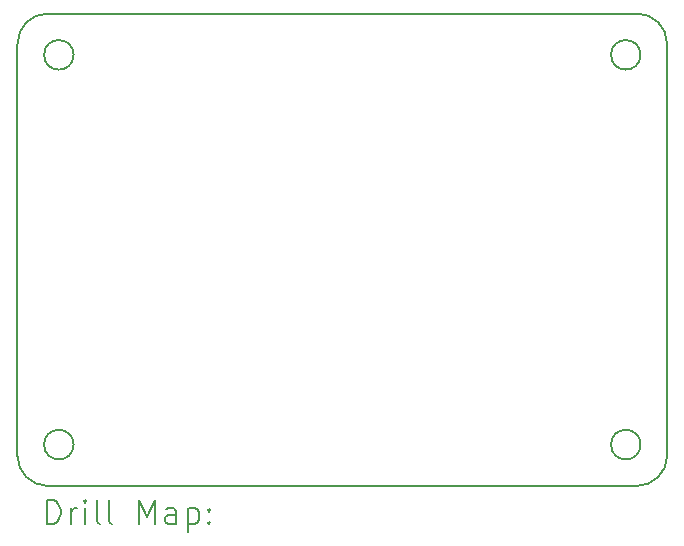
<source format=gbr>
%TF.GenerationSoftware,KiCad,Pcbnew,8.0.8*%
%TF.CreationDate,2025-02-15T12:45:03+02:00*%
%TF.ProjectId,E900M30S shield,45393030-4d33-4305-9320-736869656c64,rev?*%
%TF.SameCoordinates,Original*%
%TF.FileFunction,Drillmap*%
%TF.FilePolarity,Positive*%
%FSLAX45Y45*%
G04 Gerber Fmt 4.5, Leading zero omitted, Abs format (unit mm)*
G04 Created by KiCad (PCBNEW 8.0.8) date 2025-02-15 12:45:03*
%MOMM*%
%LPD*%
G01*
G04 APERTURE LIST*
%ADD10C,0.200000*%
G04 APERTURE END LIST*
D10*
X16422000Y-13396000D02*
G75*
G02*
X16166000Y-13652000I-256000J0D01*
G01*
X11397000Y-13302000D02*
G75*
G02*
X11147000Y-13302000I-125000J0D01*
G01*
X11147000Y-13302000D02*
G75*
G02*
X11397000Y-13302000I125000J0D01*
G01*
X10922000Y-13396000D02*
X10922000Y-9908000D01*
X16197000Y-13302000D02*
G75*
G02*
X15947000Y-13302000I-125000J0D01*
G01*
X15947000Y-13302000D02*
G75*
G02*
X16197000Y-13302000I125000J0D01*
G01*
X10922000Y-9908000D02*
G75*
G02*
X11178000Y-9652000I256000J0D01*
G01*
X11397000Y-10002000D02*
G75*
G02*
X11147000Y-10002000I-125000J0D01*
G01*
X11147000Y-10002000D02*
G75*
G02*
X11397000Y-10002000I125000J0D01*
G01*
X16166000Y-13652000D02*
X11178000Y-13652000D01*
X16422000Y-9908000D02*
X16422000Y-13396000D01*
X16166000Y-9652000D02*
G75*
G02*
X16422000Y-9908000I0J-256000D01*
G01*
X16197000Y-10002000D02*
G75*
G02*
X15947000Y-10002000I-125000J0D01*
G01*
X15947000Y-10002000D02*
G75*
G02*
X16197000Y-10002000I125000J0D01*
G01*
X11178000Y-13652000D02*
G75*
G02*
X10922000Y-13396000I0J256000D01*
G01*
X11178000Y-9652000D02*
X16166000Y-9652000D01*
X11172777Y-13973484D02*
X11172777Y-13773484D01*
X11172777Y-13773484D02*
X11220396Y-13773484D01*
X11220396Y-13773484D02*
X11248967Y-13783008D01*
X11248967Y-13783008D02*
X11268015Y-13802055D01*
X11268015Y-13802055D02*
X11277539Y-13821103D01*
X11277539Y-13821103D02*
X11287062Y-13859198D01*
X11287062Y-13859198D02*
X11287062Y-13887769D01*
X11287062Y-13887769D02*
X11277539Y-13925865D01*
X11277539Y-13925865D02*
X11268015Y-13944912D01*
X11268015Y-13944912D02*
X11248967Y-13963960D01*
X11248967Y-13963960D02*
X11220396Y-13973484D01*
X11220396Y-13973484D02*
X11172777Y-13973484D01*
X11372777Y-13973484D02*
X11372777Y-13840150D01*
X11372777Y-13878246D02*
X11382301Y-13859198D01*
X11382301Y-13859198D02*
X11391824Y-13849674D01*
X11391824Y-13849674D02*
X11410872Y-13840150D01*
X11410872Y-13840150D02*
X11429920Y-13840150D01*
X11496586Y-13973484D02*
X11496586Y-13840150D01*
X11496586Y-13773484D02*
X11487062Y-13783008D01*
X11487062Y-13783008D02*
X11496586Y-13792531D01*
X11496586Y-13792531D02*
X11506110Y-13783008D01*
X11506110Y-13783008D02*
X11496586Y-13773484D01*
X11496586Y-13773484D02*
X11496586Y-13792531D01*
X11620396Y-13973484D02*
X11601348Y-13963960D01*
X11601348Y-13963960D02*
X11591824Y-13944912D01*
X11591824Y-13944912D02*
X11591824Y-13773484D01*
X11725158Y-13973484D02*
X11706110Y-13963960D01*
X11706110Y-13963960D02*
X11696586Y-13944912D01*
X11696586Y-13944912D02*
X11696586Y-13773484D01*
X11953729Y-13973484D02*
X11953729Y-13773484D01*
X11953729Y-13773484D02*
X12020396Y-13916341D01*
X12020396Y-13916341D02*
X12087062Y-13773484D01*
X12087062Y-13773484D02*
X12087062Y-13973484D01*
X12268015Y-13973484D02*
X12268015Y-13868722D01*
X12268015Y-13868722D02*
X12258491Y-13849674D01*
X12258491Y-13849674D02*
X12239443Y-13840150D01*
X12239443Y-13840150D02*
X12201348Y-13840150D01*
X12201348Y-13840150D02*
X12182301Y-13849674D01*
X12268015Y-13963960D02*
X12248967Y-13973484D01*
X12248967Y-13973484D02*
X12201348Y-13973484D01*
X12201348Y-13973484D02*
X12182301Y-13963960D01*
X12182301Y-13963960D02*
X12172777Y-13944912D01*
X12172777Y-13944912D02*
X12172777Y-13925865D01*
X12172777Y-13925865D02*
X12182301Y-13906817D01*
X12182301Y-13906817D02*
X12201348Y-13897293D01*
X12201348Y-13897293D02*
X12248967Y-13897293D01*
X12248967Y-13897293D02*
X12268015Y-13887769D01*
X12363253Y-13840150D02*
X12363253Y-14040150D01*
X12363253Y-13849674D02*
X12382301Y-13840150D01*
X12382301Y-13840150D02*
X12420396Y-13840150D01*
X12420396Y-13840150D02*
X12439443Y-13849674D01*
X12439443Y-13849674D02*
X12448967Y-13859198D01*
X12448967Y-13859198D02*
X12458491Y-13878246D01*
X12458491Y-13878246D02*
X12458491Y-13935388D01*
X12458491Y-13935388D02*
X12448967Y-13954436D01*
X12448967Y-13954436D02*
X12439443Y-13963960D01*
X12439443Y-13963960D02*
X12420396Y-13973484D01*
X12420396Y-13973484D02*
X12382301Y-13973484D01*
X12382301Y-13973484D02*
X12363253Y-13963960D01*
X12544205Y-13954436D02*
X12553729Y-13963960D01*
X12553729Y-13963960D02*
X12544205Y-13973484D01*
X12544205Y-13973484D02*
X12534682Y-13963960D01*
X12534682Y-13963960D02*
X12544205Y-13954436D01*
X12544205Y-13954436D02*
X12544205Y-13973484D01*
X12544205Y-13849674D02*
X12553729Y-13859198D01*
X12553729Y-13859198D02*
X12544205Y-13868722D01*
X12544205Y-13868722D02*
X12534682Y-13859198D01*
X12534682Y-13859198D02*
X12544205Y-13849674D01*
X12544205Y-13849674D02*
X12544205Y-13868722D01*
M02*

</source>
